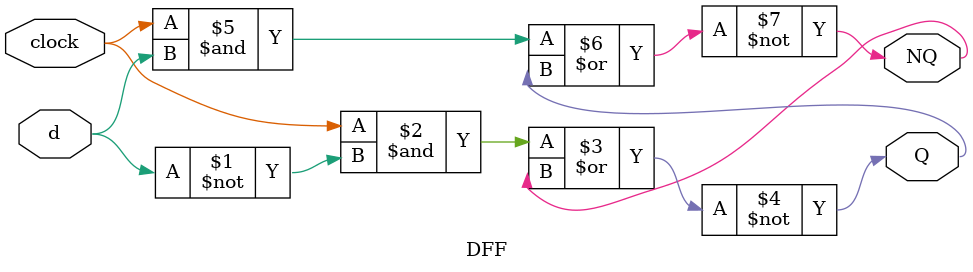
<source format=v>
`timescale 1ns / 1ps

module DFF(
    input d, clock,
    output Q, NQ
    );

assign Q = ~((clock & ~d) | NQ);
assign NQ = ~((clock & d) | Q);
    
endmodule

</source>
